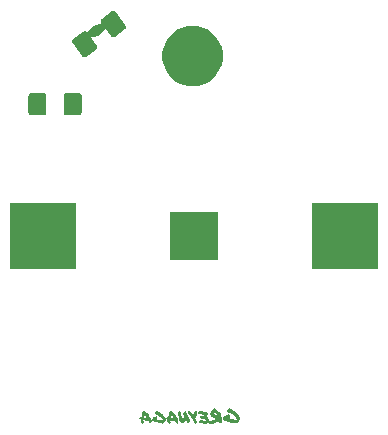
<source format=gbr>
G04 #@! TF.GenerationSoftware,KiCad,Pcbnew,5.1.4-e60b266~84~ubuntu18.04.1*
G04 #@! TF.CreationDate,2019-11-05T13:07:08-07:00*
G04 #@! TF.ProjectId,001,3030312e-6b69-4636-9164-5f7063625858,rev?*
G04 #@! TF.SameCoordinates,Original*
G04 #@! TF.FileFunction,Soldermask,Bot*
G04 #@! TF.FilePolarity,Negative*
%FSLAX46Y46*%
G04 Gerber Fmt 4.6, Leading zero omitted, Abs format (unit mm)*
G04 Created by KiCad (PCBNEW 5.1.4-e60b266~84~ubuntu18.04.1) date 2019-11-05 13:07:08*
%MOMM*%
%LPD*%
G04 APERTURE LIST*
%ADD10C,0.010000*%
%ADD11C,0.100000*%
G04 APERTURE END LIST*
D10*
G36*
X140863573Y-85347519D02*
G01*
X140878750Y-85354655D01*
X140874001Y-85371518D01*
X140845668Y-85402233D01*
X140790093Y-85450924D01*
X140722993Y-85506054D01*
X140644833Y-85571107D01*
X140544980Y-85656772D01*
X140432787Y-85754885D01*
X140317607Y-85857280D01*
X140229167Y-85937184D01*
X140084922Y-86067154D01*
X139965170Y-86170461D01*
X139864238Y-86250143D01*
X139776455Y-86309240D01*
X139696151Y-86350791D01*
X139617652Y-86377835D01*
X139535288Y-86393412D01*
X139443387Y-86400561D01*
X139361334Y-86402242D01*
X139257290Y-86405990D01*
X139146078Y-86414795D01*
X139065000Y-86424860D01*
X138979197Y-86438378D01*
X138898228Y-86451136D01*
X138851213Y-86458546D01*
X138794981Y-86461866D01*
X138767091Y-86446766D01*
X138762343Y-86437551D01*
X138765074Y-86394100D01*
X138793189Y-86324368D01*
X138843623Y-86233423D01*
X138913313Y-86126332D01*
X138999192Y-86008164D01*
X139094151Y-85888852D01*
X139182164Y-85801618D01*
X139301236Y-85710350D01*
X139441270Y-85620931D01*
X139592170Y-85539250D01*
X139743840Y-85471191D01*
X139886184Y-85422642D01*
X139900192Y-85418912D01*
X139956559Y-85408553D01*
X140044944Y-85397257D01*
X140156742Y-85385661D01*
X140283350Y-85374404D01*
X140416161Y-85364122D01*
X140546573Y-85355454D01*
X140665980Y-85349036D01*
X140765779Y-85345508D01*
X140837363Y-85345505D01*
X140863573Y-85347519D01*
X140863573Y-85347519D01*
G37*
X140863573Y-85347519D02*
X140878750Y-85354655D01*
X140874001Y-85371518D01*
X140845668Y-85402233D01*
X140790093Y-85450924D01*
X140722993Y-85506054D01*
X140644833Y-85571107D01*
X140544980Y-85656772D01*
X140432787Y-85754885D01*
X140317607Y-85857280D01*
X140229167Y-85937184D01*
X140084922Y-86067154D01*
X139965170Y-86170461D01*
X139864238Y-86250143D01*
X139776455Y-86309240D01*
X139696151Y-86350791D01*
X139617652Y-86377835D01*
X139535288Y-86393412D01*
X139443387Y-86400561D01*
X139361334Y-86402242D01*
X139257290Y-86405990D01*
X139146078Y-86414795D01*
X139065000Y-86424860D01*
X138979197Y-86438378D01*
X138898228Y-86451136D01*
X138851213Y-86458546D01*
X138794981Y-86461866D01*
X138767091Y-86446766D01*
X138762343Y-86437551D01*
X138765074Y-86394100D01*
X138793189Y-86324368D01*
X138843623Y-86233423D01*
X138913313Y-86126332D01*
X138999192Y-86008164D01*
X139094151Y-85888852D01*
X139182164Y-85801618D01*
X139301236Y-85710350D01*
X139441270Y-85620931D01*
X139592170Y-85539250D01*
X139743840Y-85471191D01*
X139886184Y-85422642D01*
X139900192Y-85418912D01*
X139956559Y-85408553D01*
X140044944Y-85397257D01*
X140156742Y-85385661D01*
X140283350Y-85374404D01*
X140416161Y-85364122D01*
X140546573Y-85355454D01*
X140665980Y-85349036D01*
X140765779Y-85345508D01*
X140837363Y-85345505D01*
X140863573Y-85347519D01*
D11*
G36*
X143422623Y-119070496D02*
G01*
X143916839Y-118765681D01*
X143823819Y-118758781D01*
X143729079Y-118743280D01*
X143754919Y-118636483D01*
X143784199Y-118524516D01*
X143794539Y-118541746D01*
X143861719Y-118622707D01*
X143915119Y-118707117D01*
X143935789Y-118738127D01*
X143954739Y-118769137D01*
X143935789Y-118767437D01*
X143916839Y-118765737D01*
X143916839Y-118765681D01*
X143422623Y-119070496D01*
X143453633Y-119130786D01*
X143500143Y-119184186D01*
X143558713Y-119222086D01*
X143627613Y-119239316D01*
X143658623Y-119227256D01*
X143674123Y-119216926D01*
X143684463Y-119211726D01*
X143691363Y-119206526D01*
X143712033Y-119197926D01*
X143705133Y-119175536D01*
X143706833Y-119154866D01*
X143727503Y-119132476D01*
X143737843Y-119122135D01*
X143746443Y-119111806D01*
X143775723Y-119079076D01*
X143729213Y-119067016D01*
X143672363Y-119036006D01*
X143660303Y-118972266D01*
X143718873Y-118970566D01*
X143765383Y-118982626D01*
X143829113Y-118998126D01*
X143898013Y-119003326D01*
X143923853Y-119003326D01*
X143949693Y-118999926D01*
X143966913Y-118996526D01*
X143973813Y-118975856D01*
X143980713Y-118968956D01*
X143999663Y-118946566D01*
X144003063Y-118908666D01*
X144013393Y-118877655D01*
X144028893Y-118920716D01*
X144035793Y-118937946D01*
X144053023Y-118941346D01*
X144058223Y-118949946D01*
X144059923Y-118958546D01*
X144068523Y-118987826D01*
X144075423Y-118994726D01*
X144082323Y-118999926D01*
X144090923Y-119030936D01*
X144101263Y-119060216D01*
X144116763Y-119105006D01*
X144120163Y-119146346D01*
X144127063Y-119165296D01*
X144146013Y-119182526D01*
X144166683Y-119192856D01*
X144177023Y-119199756D01*
X144185623Y-119203156D01*
X144190823Y-119222106D01*
X144211493Y-119225506D01*
X144239053Y-119230706D01*
X144256283Y-119232406D01*
X144273513Y-119230706D01*
X144302793Y-119206586D01*
X144326913Y-119187636D01*
X144344133Y-119156626D01*
X144347533Y-119137675D01*
X144350933Y-119120446D01*
X144356133Y-119110116D01*
X144378523Y-119089446D01*
X144359573Y-119073946D01*
X144357873Y-119044666D01*
X144285523Y-118875857D01*
X144204563Y-118710492D01*
X144178723Y-118655372D01*
X144151163Y-118600251D01*
X144152863Y-118588191D01*
X144149463Y-118572691D01*
X144118453Y-118521011D01*
X144094333Y-118472781D01*
X144066773Y-118415941D01*
X144028873Y-118359102D01*
X144001313Y-118347041D01*
X143989253Y-118343641D01*
X143973753Y-118340241D01*
X143947913Y-118343641D01*
X143863513Y-118281631D01*
X143789443Y-118183441D01*
X143772213Y-118159331D01*
X143749823Y-118173111D01*
X143725703Y-118183441D01*
X143692973Y-118192041D01*
X143634403Y-118207541D01*
X143589613Y-118233381D01*
X143577553Y-118274721D01*
X143572353Y-118302281D01*
X143563753Y-118360851D01*
X143556853Y-118426311D01*
X143543073Y-118484881D01*
X143531013Y-118541721D01*
X143513783Y-118622682D01*
X143491393Y-118695032D01*
X143474163Y-118696732D01*
X143456943Y-118691532D01*
X143434553Y-118688132D01*
X143415603Y-118686432D01*
X143408703Y-118703662D01*
X143391473Y-118720892D01*
X143358743Y-118731232D01*
X143339793Y-118746732D01*
X143326013Y-118757072D01*
X143300173Y-118767402D01*
X143313953Y-118793242D01*
X143363903Y-118853532D01*
X143434523Y-118900042D01*
X143432823Y-118920712D01*
X143427623Y-118939662D01*
X143419023Y-118999952D01*
X143419023Y-119063682D01*
X143422623Y-119070496D01*
X143422623Y-119070496D01*
G37*
G36*
X144350924Y-118916824D02*
G01*
X144459445Y-119032235D01*
X144607584Y-119099415D01*
X144778116Y-119145925D01*
X144948649Y-119199325D01*
X144991709Y-119201025D01*
X145026159Y-119206225D01*
X145057169Y-119211425D01*
X145091619Y-119214825D01*
X145100219Y-119218225D01*
X145105419Y-119225125D01*
X145158819Y-119230325D01*
X145196719Y-119230325D01*
X145239779Y-119235525D01*
X145277679Y-119240725D01*
X145480940Y-119149425D01*
X145561900Y-118911713D01*
X145565300Y-118901383D01*
X145572200Y-118896183D01*
X145568800Y-118866903D01*
X145567100Y-118835893D01*
X145465470Y-118660193D01*
X145329389Y-118515498D01*
X145308719Y-118494828D01*
X145293219Y-118474158D01*
X145274269Y-118456928D01*
X145248429Y-118444868D01*
X145162299Y-118369078D01*
X145057224Y-118303618D01*
X144948704Y-118239888D01*
X144848794Y-118167538D01*
X144821234Y-118172738D01*
X144802284Y-118172738D01*
X144769554Y-118208908D01*
X144726494Y-118231298D01*
X144685154Y-118257138D01*
X144655874Y-118298478D01*
X144666214Y-118307078D01*
X144661014Y-118322578D01*
X144659314Y-118338078D01*
X144671374Y-118344978D01*
X144661044Y-118355318D01*
X144650704Y-118363918D01*
X144655904Y-118377698D01*
X144655904Y-118394928D01*
X144733424Y-118437988D01*
X144821274Y-118482778D01*
X144916014Y-118532728D01*
X145010754Y-118593018D01*
X145105494Y-118670539D01*
X145198514Y-118758389D01*
X145282924Y-118854849D01*
X145350104Y-118951309D01*
X145343204Y-118965089D01*
X145334604Y-118977149D01*
X145232974Y-118977149D01*
X145136514Y-118982349D01*
X145129614Y-118972009D01*
X145121014Y-118961669D01*
X144938424Y-118930659D01*
X144766169Y-118884149D01*
X144792009Y-118875549D01*
X144812679Y-118866949D01*
X144812679Y-118853169D01*
X144795449Y-118839389D01*
X144835069Y-118804939D01*
X144852299Y-118749819D01*
X144841969Y-118729149D01*
X144852299Y-118710199D01*
X144860899Y-118710199D01*
X144864299Y-118715399D01*
X144865999Y-118722299D01*
X144874599Y-118720599D01*
X144867699Y-118694759D01*
X144857359Y-118670649D01*
X144738504Y-118591408D01*
X144691994Y-118622419D01*
X144635154Y-118655149D01*
X144573144Y-118687879D01*
X144512854Y-118718889D01*
X144469794Y-118746449D01*
X144433624Y-118782619D01*
X144399174Y-118817069D01*
X144356114Y-118846349D01*
X144354414Y-118882519D01*
X144351014Y-118916969D01*
X144350924Y-118916824D01*
X144350924Y-118916824D01*
G37*
G36*
X145687622Y-119082189D02*
G01*
X146185438Y-118784188D01*
X146092418Y-118777288D01*
X145997678Y-118761788D01*
X146023518Y-118654990D01*
X146052798Y-118543023D01*
X146063128Y-118560253D01*
X146130308Y-118641214D01*
X146183708Y-118725624D01*
X146204378Y-118756634D01*
X146223328Y-118787644D01*
X146204378Y-118785944D01*
X146185428Y-118784244D01*
X146185438Y-118784188D01*
X145687622Y-119082189D01*
X145718632Y-119142479D01*
X145765142Y-119195879D01*
X145823712Y-119233779D01*
X145892612Y-119251009D01*
X145923622Y-119238949D01*
X145939122Y-119228619D01*
X145949462Y-119223419D01*
X145956362Y-119218219D01*
X145977032Y-119209619D01*
X145970132Y-119187229D01*
X145971832Y-119166559D01*
X145992502Y-119144169D01*
X146002842Y-119133829D01*
X146011442Y-119123498D01*
X146040722Y-119090769D01*
X145994212Y-119078709D01*
X145937362Y-119047699D01*
X145925302Y-118983959D01*
X145983872Y-118982259D01*
X146030382Y-118994319D01*
X146094112Y-119009819D01*
X146163012Y-119015019D01*
X146188852Y-119015019D01*
X146214692Y-119011619D01*
X146231912Y-119008219D01*
X146238812Y-118987549D01*
X146245712Y-118980649D01*
X146264662Y-118958259D01*
X146268062Y-118920359D01*
X146278392Y-118889349D01*
X146293892Y-118932409D01*
X146300792Y-118949639D01*
X146318022Y-118953039D01*
X146323222Y-118961639D01*
X146324922Y-118970239D01*
X146333522Y-118999519D01*
X146340422Y-119006419D01*
X146347322Y-119011619D01*
X146355922Y-119042629D01*
X146366262Y-119071909D01*
X146381762Y-119116699D01*
X146385162Y-119158039D01*
X146392062Y-119176989D01*
X146411012Y-119194219D01*
X146431682Y-119204549D01*
X146442022Y-119211449D01*
X146450622Y-119214849D01*
X146455822Y-119233799D01*
X146476492Y-119237199D01*
X146504052Y-119242399D01*
X146521282Y-119244099D01*
X146538512Y-119242399D01*
X146567792Y-119218279D01*
X146591912Y-119199329D01*
X146609132Y-119168319D01*
X146612532Y-119149369D01*
X146615932Y-119132139D01*
X146621132Y-119121809D01*
X146643522Y-119101139D01*
X146624572Y-119085639D01*
X146622872Y-119056359D01*
X146550522Y-118887550D01*
X146469562Y-118722185D01*
X146443722Y-118667065D01*
X146416162Y-118611944D01*
X146417862Y-118599884D01*
X146414462Y-118584384D01*
X146383452Y-118532704D01*
X146359332Y-118484474D01*
X146331772Y-118427634D01*
X146293872Y-118370794D01*
X146266312Y-118358735D01*
X146254252Y-118355334D01*
X146238752Y-118351934D01*
X146212912Y-118355334D01*
X146128512Y-118293324D01*
X146054442Y-118195134D01*
X146037212Y-118171024D01*
X146014822Y-118184804D01*
X145990702Y-118195134D01*
X145957972Y-118203734D01*
X145899402Y-118219234D01*
X145854612Y-118245074D01*
X145842552Y-118286414D01*
X145837352Y-118313974D01*
X145828752Y-118372544D01*
X145821852Y-118438004D01*
X145808072Y-118496574D01*
X145796012Y-118553414D01*
X145778792Y-118634375D01*
X145756402Y-118706725D01*
X145739172Y-118708425D01*
X145721952Y-118703225D01*
X145699562Y-118699825D01*
X145680612Y-118698125D01*
X145673712Y-118715355D01*
X145656482Y-118732585D01*
X145623752Y-118742925D01*
X145604802Y-118758425D01*
X145591022Y-118768765D01*
X145565182Y-118779095D01*
X145578962Y-118804935D01*
X145628912Y-118865225D01*
X145699532Y-118911735D01*
X145697832Y-118932405D01*
X145692632Y-118951355D01*
X145684032Y-119011645D01*
X145684032Y-119075375D01*
X145687622Y-119082189D01*
X145687622Y-119082189D01*
G37*
G36*
X147241360Y-118913379D02*
G01*
X147263750Y-118932329D01*
X147277530Y-118961609D01*
X147289590Y-118990889D01*
X147306820Y-119002949D01*
X147317150Y-119027069D01*
X147330930Y-119049459D01*
X147341260Y-119073579D01*
X147337860Y-119102859D01*
X147355080Y-119132139D01*
X147363680Y-119168309D01*
X147377460Y-119197589D01*
X147415360Y-119207929D01*
X147417060Y-119216529D01*
X147411860Y-119228589D01*
X147441140Y-119230289D01*
X147463530Y-119238889D01*
X147518650Y-119202719D01*
X147556550Y-119145879D01*
X147585830Y-119080419D01*
X147609950Y-119023579D01*
X147608250Y-118987409D01*
X147620310Y-118956399D01*
X147598970Y-118911239D01*
X147577140Y-118865319D01*
X147554830Y-118818649D01*
X147532030Y-118771229D01*
X147508750Y-118723049D01*
X147484980Y-118674119D01*
X147460730Y-118624429D01*
X147435990Y-118573988D01*
X147411170Y-118523248D01*
X147386680Y-118472678D01*
X147362510Y-118422268D01*
X147338660Y-118372018D01*
X147315140Y-118321928D01*
X147291940Y-118271998D01*
X147269060Y-118222228D01*
X147246510Y-118172628D01*
X147169000Y-118208798D01*
X147098380Y-118253588D01*
X147043260Y-118313878D01*
X147013980Y-118387948D01*
X147022580Y-118396548D01*
X147029480Y-118398248D01*
X147022580Y-118410308D01*
X147022580Y-118417208D01*
X147022580Y-118427548D01*
X147017380Y-118443048D01*
X147027710Y-118444748D01*
X147038050Y-118444748D01*
X147034650Y-118475758D01*
X147041550Y-118498148D01*
X147050150Y-118518818D01*
X147048450Y-118546378D01*
X147057050Y-118549778D01*
X147060450Y-118554979D01*
X147065650Y-118560178D01*
X147072550Y-118560178D01*
X147069150Y-118635969D01*
X147072550Y-118713479D01*
X147070850Y-118794439D01*
X147058790Y-118880569D01*
X146960610Y-118787549D01*
X146900320Y-118660080D01*
X146864150Y-118508495D01*
X146838310Y-118343130D01*
X146814190Y-118305230D01*
X146798690Y-118258720D01*
X146784910Y-118208770D01*
X146767680Y-118162260D01*
X146724620Y-118179490D01*
X146690170Y-118207050D01*
X146657440Y-118234610D01*
X146614380Y-118250110D01*
X146576480Y-118306950D01*
X146554090Y-118365520D01*
X146567870Y-118396530D01*
X146576470Y-118430980D01*
X146590250Y-118463710D01*
X146614370Y-118487830D01*
X146628150Y-118570510D01*
X146643650Y-118642861D01*
X146655710Y-118718651D01*
X146659110Y-118803051D01*
X146688390Y-118887451D01*
X146712510Y-118968411D01*
X146755570Y-119021811D01*
X146788300Y-119083821D01*
X146796900Y-119087221D01*
X146808960Y-119082021D01*
X146808960Y-119092361D01*
X146814160Y-119099261D01*
X146817560Y-119106161D01*
X146814160Y-119119941D01*
X146857220Y-119149221D01*
X146898560Y-119183671D01*
X146950240Y-119204341D01*
X147027750Y-119192281D01*
X147153496Y-119073425D01*
X147241346Y-118913228D01*
X147241360Y-118913379D01*
X147241360Y-118913379D01*
G37*
G36*
X147749512Y-118775575D02*
G01*
X147770182Y-118801415D01*
X147787412Y-118830695D01*
X147806362Y-118866865D01*
X147832202Y-118897875D01*
X147849432Y-118939215D01*
X147876992Y-118971945D01*
X147957952Y-119121807D01*
X147968292Y-119152817D01*
X147983792Y-119180377D01*
X147990692Y-119192437D01*
X147995892Y-119201037D01*
X147999292Y-119218267D01*
X148018242Y-119242387D01*
X148037192Y-119261337D01*
X148049252Y-119275117D01*
X148075092Y-119285447D01*
X148228398Y-119151089D01*
X148226698Y-119133859D01*
X148221498Y-119116639D01*
X148214598Y-119095969D01*
X148199098Y-119047739D01*
X148169818Y-119004679D01*
X148154318Y-118966779D01*
X148112978Y-118885819D01*
X148075078Y-118820359D01*
X148052688Y-118782459D01*
X148094028Y-118732509D01*
X148133648Y-118649829D01*
X148157768Y-118579208D01*
X148162968Y-118541308D01*
X148169868Y-118508578D01*
X148178468Y-118470678D01*
X148181868Y-118431058D01*
X148192198Y-118406938D01*
X148188798Y-118389708D01*
X148187098Y-118358698D01*
X148195698Y-118317358D01*
X148204298Y-118279458D01*
X148205998Y-118238118D01*
X148195658Y-118200218D01*
X148162928Y-118167488D01*
X148133648Y-118165788D01*
X148104368Y-118183018D01*
X148075088Y-118198518D01*
X148038918Y-118215748D01*
X148002748Y-118238138D01*
X147990688Y-118262258D01*
X147968298Y-118281208D01*
X147968298Y-118300158D01*
X147966598Y-118319108D01*
X147959698Y-118346668D01*
X147952798Y-118367339D01*
X147947598Y-118413848D01*
X147937268Y-118453468D01*
X147926938Y-118493088D01*
X147925238Y-118537878D01*
X147908008Y-118525818D01*
X147901108Y-118520618D01*
X147894208Y-118515418D01*
X147792578Y-118377614D01*
X147795978Y-118360384D01*
X147759808Y-118325934D01*
X147733968Y-118300094D01*
X147711578Y-118274254D01*
X147692628Y-118260474D01*
X147535876Y-118153676D01*
X147511756Y-118150276D01*
X147504856Y-118172666D01*
X147477296Y-118207116D01*
X147430786Y-118236396D01*
X147415286Y-118246736D01*
X147406686Y-118272576D01*
X147408386Y-118288076D01*
X147401486Y-118305306D01*
X147435936Y-118365596D01*
X147473836Y-118400046D01*
X147503116Y-118425886D01*
X147522066Y-118453446D01*
X147534126Y-118467226D01*
X147580636Y-118522346D01*
X147585836Y-118543016D01*
X147606506Y-118543016D01*
X147615106Y-118549916D01*
X147632336Y-118579196D01*
X147649556Y-118601586D01*
X147658156Y-118610187D01*
X147663356Y-118623967D01*
X147668556Y-118637747D01*
X147696116Y-118672197D01*
X147708176Y-118696317D01*
X147721956Y-118723877D01*
X147740906Y-118749717D01*
X147749512Y-118775575D01*
X147749512Y-118775575D01*
G37*
G36*
X148259386Y-118257087D02*
G01*
X148259386Y-118276037D01*
X148261086Y-118286367D01*
X148261086Y-118298427D01*
X148257686Y-118315657D01*
X148342096Y-118396617D01*
X148443726Y-118427627D01*
X148557414Y-118446577D01*
X148671102Y-118491367D01*
X148712442Y-118491367D01*
X148764122Y-118496567D01*
X148789962Y-118512067D01*
X148820972Y-118520667D01*
X148815772Y-118553398D01*
X148810572Y-118579237D01*
X148677935Y-118577537D01*
X148533241Y-118568937D01*
X148534941Y-118580997D01*
X148536641Y-118589597D01*
X148512521Y-118611987D01*
X148488401Y-118636108D01*
X148464281Y-118656778D01*
X148433271Y-118661978D01*
X148424671Y-118692988D01*
X148428071Y-118725718D01*
X148483191Y-118765338D01*
X148541761Y-118799788D01*
X148605491Y-118825628D01*
X148679561Y-118832528D01*
X148693341Y-118832528D01*
X148703681Y-118827328D01*
X148743301Y-118832528D01*
X148781201Y-118837728D01*
X148827711Y-118830828D01*
X148874221Y-118823928D01*
X148924171Y-118901438D01*
X148963791Y-118989288D01*
X148867331Y-118996188D01*
X148793261Y-118990988D01*
X148722641Y-118982388D01*
X148631341Y-118978988D01*
X148550381Y-118954868D01*
X148462531Y-118934198D01*
X148438411Y-118953148D01*
X148419461Y-118977268D01*
X148398791Y-118996218D01*
X148372951Y-119003118D01*
X148364351Y-119020348D01*
X148359151Y-119037568D01*
X148353951Y-119053068D01*
X148338451Y-119056468D01*
X148398741Y-119144318D01*
X148474531Y-119189108D01*
X148570991Y-119213218D01*
X148686402Y-119233888D01*
X148712242Y-119232188D01*
X148736362Y-119228788D01*
X148831102Y-119244288D01*
X148943068Y-119249488D01*
X149051588Y-119233988D01*
X149135988Y-119189198D01*
X149154938Y-119161638D01*
X149177328Y-119135798D01*
X149184228Y-119085848D01*
X149194558Y-119029008D01*
X149203158Y-118968718D01*
X149199758Y-118915318D01*
X149179088Y-118868808D01*
X149167028Y-118824018D01*
X149156688Y-118815418D01*
X149142908Y-118808518D01*
X149120518Y-118749948D01*
X149096398Y-118696548D01*
X149070558Y-118644868D01*
X149044718Y-118584577D01*
X149080888Y-118536347D01*
X149096388Y-118482947D01*
X149104988Y-118427827D01*
X149117048Y-118369257D01*
X149075708Y-118327917D01*
X149020588Y-118300357D01*
X148956848Y-118283127D01*
X148884498Y-118267627D01*
X148762197Y-118233177D01*
X148655399Y-118214227D01*
X148545156Y-118198727D01*
X148415965Y-118178057D01*
X148386685Y-118193557D01*
X148371185Y-118184957D01*
X148362585Y-118174627D01*
X148319525Y-118224577D01*
X148259235Y-118257307D01*
X148259386Y-118257087D01*
X148259386Y-118257087D01*
G37*
G36*
X150312664Y-119078743D02*
G01*
X149889093Y-118469105D01*
X149918373Y-118548345D01*
X149766789Y-118508725D01*
X149616927Y-118446715D01*
X149661717Y-118345085D01*
X149737507Y-118291685D01*
X149737513Y-118291685D01*
X149787463Y-118351975D01*
X149842583Y-118407095D01*
X149889093Y-118469105D01*
X150312664Y-119078743D01*
X150328164Y-119066683D01*
X150343664Y-119037403D01*
X150324714Y-119037403D01*
X150331614Y-118968503D01*
X150316114Y-118906493D01*
X150302334Y-118847923D01*
X150307534Y-118787633D01*
X150295474Y-118784233D01*
X150288574Y-118760113D01*
X150286874Y-118729103D01*
X150288574Y-118701543D01*
X150254124Y-118591299D01*
X150230004Y-118479334D01*
X150207614Y-118370813D01*
X150173164Y-118270903D01*
X150123214Y-118277803D01*
X150087044Y-118300193D01*
X149992304Y-118200283D01*
X149909624Y-118086595D01*
X149813164Y-117986685D01*
X149680527Y-117935005D01*
X149587507Y-117998735D01*
X149503097Y-118081415D01*
X149477257Y-118100365D01*
X149449697Y-118117595D01*
X149449697Y-118143435D01*
X149410077Y-118196835D01*
X149380797Y-118260565D01*
X149354957Y-118327745D01*
X149327397Y-118391475D01*
X149330797Y-118410425D01*
X149327397Y-118425925D01*
X149322197Y-118443145D01*
X149320497Y-118465535D01*
X149380787Y-118613674D01*
X149508256Y-118704975D01*
X149666730Y-118765265D01*
X149820037Y-118818665D01*
X149813137Y-118825565D01*
X149807937Y-118835895D01*
X149728697Y-118885845D01*
X149675297Y-118918575D01*
X149620177Y-118939245D01*
X149535767Y-118959915D01*
X149453087Y-118980585D01*
X149397967Y-118992645D01*
X149346287Y-118999545D01*
X149272217Y-119008145D01*
X149241207Y-119052935D01*
X149223977Y-119104615D01*
X149222277Y-119154565D01*
X149236057Y-119190735D01*
X149227457Y-119197635D01*
X149210237Y-119197635D01*
X149230907Y-119218305D01*
X149248137Y-119242425D01*
X149268807Y-119264815D01*
X149296367Y-119276875D01*
X149454842Y-119278575D01*
X149701166Y-119199335D01*
X149821744Y-119149385D01*
X149902704Y-119106325D01*
X149966434Y-119059815D01*
X150033614Y-118999525D01*
X150040514Y-119006425D01*
X150045714Y-119013325D01*
X150073274Y-119125289D01*
X150124954Y-119213140D01*
X150162854Y-119218340D01*
X150185244Y-119237290D01*
X150211084Y-119235590D01*
X150226584Y-119226990D01*
X150242084Y-119216650D01*
X150269644Y-119213250D01*
X150279984Y-119183970D01*
X150307544Y-119170190D01*
X150304144Y-119144350D01*
X150309344Y-119123679D01*
X150316244Y-119103010D01*
X150312844Y-119078890D01*
X150312664Y-119078743D01*
X150312664Y-119078743D01*
G37*
G36*
X151847799Y-118810371D02*
G01*
X151842599Y-118775921D01*
X151840899Y-118736301D01*
X151720320Y-118526149D01*
X151556678Y-118353894D01*
X151532568Y-118329774D01*
X151513618Y-118303934D01*
X151491228Y-118283264D01*
X151460218Y-118269484D01*
X151356866Y-118178184D01*
X151231120Y-118098944D01*
X151100206Y-118021434D01*
X150979628Y-117935304D01*
X150950348Y-117943904D01*
X150926228Y-117942204D01*
X150886608Y-117988714D01*
X150834928Y-118014554D01*
X150784978Y-118045564D01*
X150748808Y-118093794D01*
X150760868Y-118102394D01*
X150755668Y-118121344D01*
X150752268Y-118140294D01*
X150767768Y-118148894D01*
X150755708Y-118160954D01*
X150743648Y-118173014D01*
X150748848Y-118190234D01*
X150748848Y-118209184D01*
X150841868Y-118262584D01*
X150948666Y-118314264D01*
X151062354Y-118374554D01*
X151176042Y-118446904D01*
X151291453Y-118538204D01*
X151401696Y-118645003D01*
X151501606Y-118760414D01*
X151580846Y-118875825D01*
X151572246Y-118891325D01*
X151561916Y-118906825D01*
X151439615Y-118906825D01*
X151325927Y-118913725D01*
X151317327Y-118899945D01*
X151306987Y-118887885D01*
X151088223Y-118849985D01*
X150881517Y-118794865D01*
X150936637Y-118775915D01*
X150936637Y-118758685D01*
X150917687Y-118741465D01*
X150964197Y-118700125D01*
X150984867Y-118632945D01*
X150972807Y-118608834D01*
X150984867Y-118586444D01*
X150995207Y-118586444D01*
X150998607Y-118593344D01*
X151002007Y-118600244D01*
X151010607Y-118600244D01*
X151002007Y-118569234D01*
X150991667Y-118539954D01*
X150848696Y-118445214D01*
X150793576Y-118481384D01*
X150724676Y-118519284D01*
X150650606Y-118558904D01*
X150579986Y-118596804D01*
X150526586Y-118631255D01*
X150483526Y-118672595D01*
X150442186Y-118713935D01*
X150392236Y-118748384D01*
X150388836Y-118793175D01*
X150385436Y-118834515D01*
X150464676Y-118934425D01*
X150569751Y-119003325D01*
X150692052Y-119053275D01*
X150826411Y-119091175D01*
X150965937Y-119129075D01*
X151102018Y-119173865D01*
X151151968Y-119175565D01*
X151191588Y-119180765D01*
X151229488Y-119187665D01*
X151270828Y-119192865D01*
X151282888Y-119196265D01*
X151289788Y-119204865D01*
X151351798Y-119210065D01*
X151398308Y-119210065D01*
X151448258Y-119216965D01*
X151496488Y-119222165D01*
X151739367Y-119111922D01*
X151835827Y-118827701D01*
X151839227Y-118817371D01*
X151847827Y-118810471D01*
X151847799Y-118810371D01*
X151847799Y-118810371D01*
G37*
G36*
X163555800Y-106178800D02*
G01*
X157954200Y-106178800D01*
X157954200Y-100577200D01*
X163555800Y-100577200D01*
X163555800Y-106178800D01*
X163555800Y-106178800D01*
G37*
G36*
X137955800Y-106178800D02*
G01*
X132354200Y-106178800D01*
X132354200Y-100577200D01*
X137955800Y-100577200D01*
X137955800Y-106178800D01*
X137955800Y-106178800D01*
G37*
G36*
X150005800Y-105428800D02*
G01*
X145904200Y-105428800D01*
X145904200Y-101327200D01*
X150005800Y-101327200D01*
X150005800Y-105428800D01*
X150005800Y-105428800D01*
G37*
G36*
X138242061Y-91280956D02*
G01*
X138286112Y-91294319D01*
X138326704Y-91316016D01*
X138362284Y-91345216D01*
X138391484Y-91380796D01*
X138413181Y-91421388D01*
X138426544Y-91465439D01*
X138431300Y-91513728D01*
X138431300Y-92890272D01*
X138426544Y-92938561D01*
X138413181Y-92982612D01*
X138391484Y-93023204D01*
X138362284Y-93058784D01*
X138326704Y-93087984D01*
X138286112Y-93109681D01*
X138242061Y-93123044D01*
X138193772Y-93127800D01*
X137142228Y-93127800D01*
X137093939Y-93123044D01*
X137049888Y-93109681D01*
X137009296Y-93087984D01*
X136973716Y-93058784D01*
X136944516Y-93023204D01*
X136922819Y-92982612D01*
X136909456Y-92938561D01*
X136904700Y-92890272D01*
X136904700Y-91513728D01*
X136909456Y-91465439D01*
X136922819Y-91421388D01*
X136944516Y-91380796D01*
X136973716Y-91345216D01*
X137009296Y-91316016D01*
X137049888Y-91294319D01*
X137093939Y-91280956D01*
X137142228Y-91276200D01*
X138193772Y-91276200D01*
X138242061Y-91280956D01*
X138242061Y-91280956D01*
G37*
G36*
X135267061Y-91280956D02*
G01*
X135311112Y-91294319D01*
X135351704Y-91316016D01*
X135387284Y-91345216D01*
X135416484Y-91380796D01*
X135438181Y-91421388D01*
X135451544Y-91465439D01*
X135456300Y-91513728D01*
X135456300Y-92890272D01*
X135451544Y-92938561D01*
X135438181Y-92982612D01*
X135416484Y-93023204D01*
X135387284Y-93058784D01*
X135351704Y-93087984D01*
X135311112Y-93109681D01*
X135267061Y-93123044D01*
X135218772Y-93127800D01*
X134167228Y-93127800D01*
X134118939Y-93123044D01*
X134074888Y-93109681D01*
X134034296Y-93087984D01*
X133998716Y-93058784D01*
X133969516Y-93023204D01*
X133947819Y-92982612D01*
X133934456Y-92938561D01*
X133929700Y-92890272D01*
X133929700Y-91513728D01*
X133934456Y-91465439D01*
X133947819Y-91421388D01*
X133969516Y-91380796D01*
X133998716Y-91345216D01*
X134034296Y-91316016D01*
X134074888Y-91294319D01*
X134118939Y-91280956D01*
X134167228Y-91276200D01*
X135218772Y-91276200D01*
X135267061Y-91280956D01*
X135267061Y-91280956D01*
G37*
G36*
X148243502Y-85619875D02*
G01*
X148572043Y-85685226D01*
X149036257Y-85877510D01*
X149454041Y-86156664D01*
X149809336Y-86511959D01*
X150088490Y-86929743D01*
X150280774Y-87393957D01*
X150378800Y-87886769D01*
X150378800Y-88389231D01*
X150280774Y-88882043D01*
X150088490Y-89346257D01*
X149809336Y-89764041D01*
X149454041Y-90119336D01*
X149036257Y-90398490D01*
X148572043Y-90590774D01*
X148243502Y-90656125D01*
X148079232Y-90688800D01*
X147576768Y-90688800D01*
X147412498Y-90656125D01*
X147083957Y-90590774D01*
X146619743Y-90398490D01*
X146201959Y-90119336D01*
X145846664Y-89764041D01*
X145567510Y-89346257D01*
X145375226Y-88882043D01*
X145277200Y-88389231D01*
X145277200Y-87886769D01*
X145375226Y-87393957D01*
X145567510Y-86929743D01*
X145846664Y-86511959D01*
X146201959Y-86156664D01*
X146619743Y-85877510D01*
X147083957Y-85685226D01*
X147412498Y-85619875D01*
X147576768Y-85587200D01*
X148079232Y-85587200D01*
X148243502Y-85619875D01*
X148243502Y-85619875D01*
G37*
G36*
X138761291Y-86021938D02*
G01*
X138805621Y-86034337D01*
X138846679Y-86055144D01*
X138882888Y-86083561D01*
X138914482Y-86120389D01*
X139704036Y-87247990D01*
X139727839Y-87290275D01*
X139742156Y-87334016D01*
X139747667Y-87379717D01*
X139744156Y-87425610D01*
X139731757Y-87469940D01*
X139710950Y-87510998D01*
X139682533Y-87547207D01*
X139645705Y-87578801D01*
X138784329Y-88181942D01*
X138742044Y-88205745D01*
X138698303Y-88220062D01*
X138652602Y-88225573D01*
X138606709Y-88222062D01*
X138562379Y-88209663D01*
X138521321Y-88188856D01*
X138485112Y-88160439D01*
X138453518Y-88123611D01*
X137663964Y-86996010D01*
X137640161Y-86953725D01*
X137625844Y-86909984D01*
X137620333Y-86864283D01*
X137623844Y-86818390D01*
X137636243Y-86774060D01*
X137657050Y-86733002D01*
X137685467Y-86696793D01*
X137722295Y-86665199D01*
X138583671Y-86062058D01*
X138625956Y-86038255D01*
X138669697Y-86023938D01*
X138715398Y-86018427D01*
X138761291Y-86021938D01*
X138761291Y-86021938D01*
G37*
G36*
X141198269Y-84315548D02*
G01*
X141242599Y-84327947D01*
X141283657Y-84348754D01*
X141319866Y-84377171D01*
X141351460Y-84413999D01*
X142141014Y-85541600D01*
X142164817Y-85583885D01*
X142179134Y-85627626D01*
X142184645Y-85673327D01*
X142181134Y-85719220D01*
X142168735Y-85763550D01*
X142147928Y-85804608D01*
X142119511Y-85840817D01*
X142082683Y-85872411D01*
X141221307Y-86475552D01*
X141179022Y-86499355D01*
X141135281Y-86513672D01*
X141089580Y-86519183D01*
X141043687Y-86515672D01*
X140999357Y-86503273D01*
X140958299Y-86482466D01*
X140922090Y-86454049D01*
X140890496Y-86417221D01*
X140100942Y-85289620D01*
X140077139Y-85247335D01*
X140062822Y-85203594D01*
X140057311Y-85157893D01*
X140060822Y-85112000D01*
X140073221Y-85067670D01*
X140094028Y-85026612D01*
X140122445Y-84990403D01*
X140159273Y-84958809D01*
X141020649Y-84355668D01*
X141062934Y-84331865D01*
X141106675Y-84317548D01*
X141152376Y-84312037D01*
X141198269Y-84315548D01*
X141198269Y-84315548D01*
G37*
M02*

</source>
